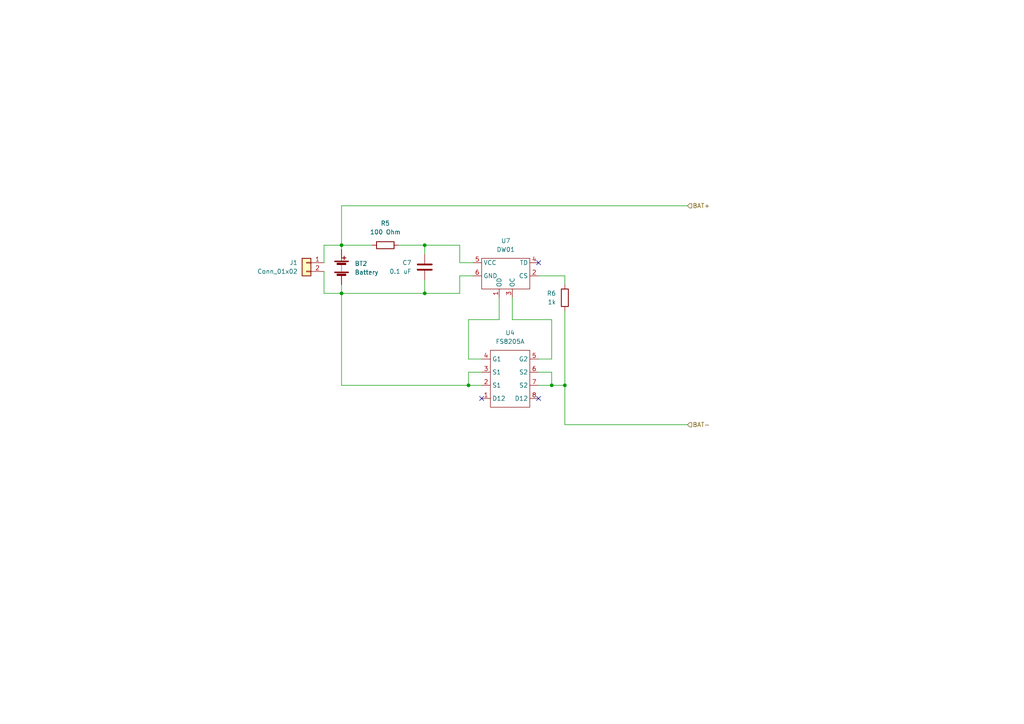
<source format=kicad_sch>
(kicad_sch (version 20230121) (generator eeschema)
  (paper "A4")
  (lib_symbols
    (symbol "Connector_Generic:Conn_01x02" (pin_names (offset 1.016) hide)
      (property "Reference" "J" (at 0 2.54 0))
      (property "Value" "Conn_01x02" (at 0 -5.08 0))
      (symbol "Conn_01x02_1_1"
        (rectangle (start -1.27 -2.413) (end 0 -2.667) (stroke (width 0.1524)))
        (rectangle (start -1.27 0.127) (end 0 -0.127) (stroke (width 0.1524)))
        (rectangle (start -1.27 1.27) (end 1.27 -3.81) (stroke (width 0.254)) (fill (type background)))
        (pin passive line (at -5.08 0 0) (length 3.81) (name "Pin_1") (number "1"))
        (pin passive line (at -5.08 -2.54 0) (length 3.81) (name "Pin_2") (number "2"))
      )
    )
    (symbol "Device:Battery" (pin_numbers hide) (pin_names (offset 0) hide)
      (property "Reference" "BT" (at 2.54 2.54 0))
      (property "Value" "Battery" (at 2.54 0 0))
      (symbol "Battery_0_1"
        (rectangle (start -2.032 -1.397) (end 2.032 -1.651) (fill (type outline)))
        (rectangle (start -2.032 1.778) (end 2.032 1.524) (fill (type outline)))
        (rectangle (start -1.3208 -1.9812) (end 1.27 -2.4892) (fill (type outline)))
        (rectangle (start -1.3208 1.1938) (end 1.27 0.6858) (fill (type outline)))
        (polyline (pts (xy 0 -1.524) (xy 0 -1.27)))
        (polyline (pts (xy 0 -1.016) (xy 0 -0.762)))
        (polyline (pts (xy 0 -0.508) (xy 0 -0.254)))
        (polyline (pts (xy 0 0) (xy 0 0.254)))
        (polyline (pts (xy 0 0.508) (xy 0 0.762)))
        (polyline (pts (xy 0 1.778) (xy 0 2.54)))
        (polyline (pts (xy 0.254 2.667) (xy 1.27 2.667)) (stroke (width 0.254)))
        (polyline (pts (xy 0.762 3.175) (xy 0.762 2.159)) (stroke (width 0.254)))
      )
      (symbol "Battery_1_1"
        (pin passive line (at 0 5.08 270) (length 2.54) (name "+") (number "1"))
        (pin passive line (at 0 -5.08 90) (length 2.54) (name "-") (number "2"))
      )
    )
    (symbol "Device:C" (pin_numbers hide) (pin_names (offset 0.254))
      (property "Reference" "C" (at 0.635 2.54 0))
      (property "Value" "C" (at 0.635 -2.54 0))
      (symbol "C_0_1"
        (polyline (pts (xy -2.032 -0.762) (xy 2.032 -0.762)) (stroke (width 0.508)))
        (polyline (pts (xy -2.032 0.762) (xy 2.032 0.762)) (stroke (width 0.508)))
      )
      (symbol "C_1_1"
        (pin passive line (at 0 3.81 270) (length 2.794) (name "~") (number "1"))
        (pin passive line (at 0 -3.81 90) (length 2.794) (name "~") (number "2"))
      )
    )
    (symbol "Device:R" (pin_numbers hide) (pin_names (offset 0))
      (property "Reference" "R" (at 2.032 0 90))
      (property "Value" "R" (at 0 0 90))
      (symbol "R_0_1"
        (rectangle (start -1.016 -2.54) (end 1.016 2.54) (stroke (width 0.254)))
      )
      (symbol "R_1_1"
        (pin passive line (at 0 3.81 270) (length 1.27) (name "~") (number "1"))
        (pin passive line (at 0 -3.81 90) (length 1.27) (name "~") (number "2"))
      )
    )
    (symbol "dw01:DW01"
      (property "Reference" "U" (at 1.27 10.16 0))
      (property "Value" "DW01" (at 11.43 10.16 0))
      (symbol "DW01_0_1"
        (rectangle (start 0 8.89) (end 13.97 0))
      )
      (symbol "DW01_1_1"
        (pin input line (at 8.89 -2.54 90) (length 2.54) (name "OD") (number "1"))
        (pin input line (at -2.54 3.81 0) (length 2.54) (name "CS") (number "2"))
        (pin input line (at 5.08 -2.54 90) (length 2.54) (name "OC") (number "3"))
        (pin input line (at -2.54 7.62 0) (length 2.54) (name "TD") (number "4"))
        (pin input line (at 16.51 7.62 180) (length 2.54) (name "VCC") (number "5"))
        (pin input line (at 16.51 3.81 180) (length 2.54) (name "GND") (number "6"))
      )
    )
    (symbol "fs8205:FS8205A"
      (property "Reference" "U?" (at 5.08 5.08 90))
      (property "Value" "FS8205A" (at 11.43 6.35 0))
      (symbol "FS8205A_0_0"
        (pin input line (at 6.35 13.97 270) (length 2.54) (name "S2") (number "7"))
        (pin input line (at 2.54 13.97 270) (length 2.54) (name "D12") (number "8"))
      )
      (symbol "FS8205A_0_1"
        (rectangle (start 0 11.43) (end 16.51 0))
      )
      (symbol "FS8205A_1_1"
        (pin input line (at 2.54 -2.54 90) (length 2.54) (name "D12") (number "1"))
        (pin input line (at 6.35 -2.54 90) (length 2.54) (name "S1") (number "2"))
        (pin input line (at 10.16 -2.54 90) (length 2.54) (name "S1") (number "3"))
        (pin input line (at 13.97 -2.54 90) (length 2.54) (name "G1") (number "4"))
        (pin input line (at 13.97 13.97 270) (length 2.54) (name "G2") (number "5"))
        (pin input line (at 10.16 13.97 270) (length 2.54) (name "S2") (number "6"))
      )
    )
  )
  (junction (at 99.06 71.12))
  (junction (at 135.89 111.76))
  (junction (at 160.02 111.76))
  (junction (at 123.19 71.12))
  (junction (at 163.83 111.76))
  (junction (at 99.06 85.09))
  (junction (at 123.19 85.09))
  (no_connect (at 156.21 115.57))
  (no_connect (at 139.7 115.57))
  (no_connect (at 156.21 76.2))
  (wire (pts (xy 133.35 85.09) (xy 133.35 80.01)))
  (wire (pts (xy 93.98 76.2) (xy 93.98 71.12)))
  (wire (pts (xy 99.06 72.39) (xy 99.06 71.12)))
  (wire (pts (xy 144.78 86.36) (xy 144.78 92.71)))
  (wire (pts (xy 93.98 71.12) (xy 99.06 71.12)))
  (wire (pts (xy 163.83 80.01) (xy 163.83 82.55)))
  (wire (pts (xy 123.19 71.12) (xy 133.35 71.12)))
  (wire (pts (xy 133.35 71.12) (xy 133.35 76.2)))
  (wire (pts (xy 99.06 71.12) (xy 99.06 59.69)))
  (wire (pts (xy 156.21 111.76) (xy 160.02 111.76)))
  (wire (pts (xy 99.06 82.55) (xy 99.06 85.09)))
  (wire (pts (xy 99.06 59.69) (xy 199.39 59.69)))
  (wire (pts (xy 135.89 111.76) (xy 139.7 111.76)))
  (wire (pts (xy 156.21 104.14) (xy 160.02 104.14)))
  (wire (pts (xy 99.06 85.09) (xy 123.19 85.09)))
  (wire (pts (xy 115.57 71.12) (xy 123.19 71.12)))
  (wire (pts (xy 163.83 123.19) (xy 199.39 123.19)))
  (wire (pts (xy 99.06 111.76) (xy 135.89 111.76)))
  (wire (pts (xy 144.78 92.71) (xy 135.89 92.71)))
  (wire (pts (xy 160.02 107.95) (xy 160.02 111.76)))
  (wire (pts (xy 156.21 107.95) (xy 160.02 107.95)))
  (wire (pts (xy 123.19 71.12) (xy 123.19 73.66)))
  (wire (pts (xy 99.06 71.12) (xy 107.95 71.12)))
  (wire (pts (xy 148.59 92.71) (xy 160.02 92.71)))
  (wire (pts (xy 133.35 80.01) (xy 137.16 80.01)))
  (wire (pts (xy 135.89 104.14) (xy 139.7 104.14)))
  (wire (pts (xy 135.89 92.71) (xy 135.89 104.14)))
  (wire (pts (xy 123.19 85.09) (xy 133.35 85.09)))
  (wire (pts (xy 156.21 80.01) (xy 163.83 80.01)))
  (wire (pts (xy 139.7 107.95) (xy 135.89 107.95)))
  (wire (pts (xy 93.98 85.09) (xy 99.06 85.09)))
  (wire (pts (xy 133.35 76.2) (xy 137.16 76.2)))
  (wire (pts (xy 163.83 90.17) (xy 163.83 111.76)))
  (wire (pts (xy 135.89 107.95) (xy 135.89 111.76)))
  (wire (pts (xy 123.19 81.28) (xy 123.19 85.09)))
  (wire (pts (xy 99.06 85.09) (xy 99.06 111.76)))
  (wire (pts (xy 160.02 104.14) (xy 160.02 92.71)))
  (wire (pts (xy 160.02 111.76) (xy 163.83 111.76)))
  (wire (pts (xy 93.98 78.74) (xy 93.98 85.09)))
  (wire (pts (xy 148.59 86.36) (xy 148.59 92.71)))
  (wire (pts (xy 163.83 111.76) (xy 163.83 123.19)))
  (hierarchical_label "BAT+" (shape input) (at 199.39 59.69 0))
  (hierarchical_label "BAT-" (shape input) (at 199.39 123.19 0))
  (symbol (lib_id "Device:C") (at 123.19 77.47 0) (mirror y) (unit 1)
    (property "Reference" "C7" (at 119.38 76.1999 0) (effects (justify left)))
    (property "Value" "0.1 uF" (at 119.38 78.7399 0) (effects (justify left)))
    (property "Footprint" "Capacitor_SMD:C_0603_1608Metric_Pad1.08x0.95mm_HandSolder" (effects hide))
  )
  (symbol (lib_id "Connector_Generic:Conn_01x02") (at 88.9 76.2 0) (mirror y) (unit 1)
    (property "Reference" "J1" (at 86.36 76.1999 0) (effects (justify left)))
    (property "Value" "Conn_01x02" (at 86.36 78.7399 0) (effects (justify left)))
    (property "Footprint" "custom_footprints:Terminal_5mm" (effects hide))
  )
  (symbol (lib_id "Device:R") (at 111.76 71.12 270) (mirror x) (unit 1)
    (property "Reference" "R5" (at 111.76 64.77 90))
    (property "Value" "100 Ohm" (at 111.76 67.31 90))
    (property "Footprint" "Resistor_SMD:R_0603_1608Metric_Pad0.98x0.95mm_HandSolder" (effects hide))
  )
  (symbol (lib_id "dw01:DW01") (at 153.67 83.82 0) (mirror y) (unit 1)
    (property "Reference" "U7" (at 146.685 69.85 0))
    (property "Value" "DW01" (at 146.685 72.39 0))
    (property "Footprint" "Package_TO_SOT_SMD:SOT-23-6_Handsoldering" (effects hide))
  )
  (symbol (lib_id "Device:R") (at 163.83 86.36 0) (mirror y) (unit 1)
    (property "Reference" "R6" (at 161.29 85.0899 0) (effects (justify left)))
    (property "Value" "1k" (at 161.29 87.6299 0) (effects (justify left)))
    (property "Footprint" "Resistor_SMD:R_0603_1608Metric_Pad0.98x0.95mm_HandSolder" (effects hide))
  )
  (symbol (lib_id "Device:Battery") (at 99.06 77.47 0) (unit 1)
    (property "Reference" "BT2" (at 102.87 76.454 0) (effects (justify left)))
    (property "Value" "Battery" (at 102.87 78.994 0) (effects (justify left)))
    (property "Footprint" "Battery:BatteryHolder_MPD_BH-18650-PC2" (effects hide))
  )
  (symbol (lib_id "fs8205:FS8205A") (at 142.24 118.11 270) (mirror x) (unit 1)
    (property "Reference" "U4" (at 147.955 96.52 90))
    (property "Value" "FS8205A" (at 147.955 99.06 90))
    (property "Footprint" "Package_SO:TSSOP-8_4.4x3mm_P0.65mm" (effects hide))
  )
)
</source>
